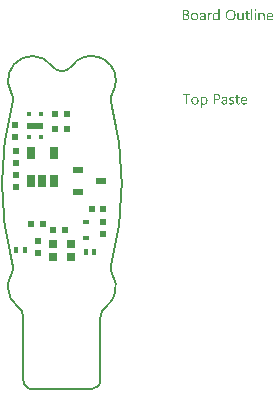
<source format=gtp>
G04*
G04 #@! TF.GenerationSoftware,Altium Limited,Altium Designer,21.9.2 (33)*
G04*
G04 Layer_Color=8421504*
%FSAX25Y25*%
%MOIN*%
G70*
G04*
G04 #@! TF.SameCoordinates,22CECA58-678C-4C5F-B68D-3DF83B2D247A*
G04*
G04*
G04 #@! TF.FilePolarity,Positive*
G04*
G01*
G75*
%ADD13C,0.00787*%
%ADD14R,0.01378X0.01772*%
%ADD15R,0.01280X0.02461*%
%ADD16R,0.02756X0.03937*%
%ADD17R,0.03543X0.02362*%
%ADD18R,0.03150X0.02559*%
%ADD19R,0.05512X0.01968*%
%ADD20R,0.02165X0.01968*%
%ADD21R,0.01968X0.02165*%
%ADD22R,0.02165X0.01968*%
%ADD23R,0.02362X0.01575*%
G36*
X0064563Y0102638D02*
X0064588D01*
X0064644Y0102613D01*
X0064675Y0102594D01*
X0064706Y0102569D01*
X0064712Y0102563D01*
X0064718Y0102557D01*
X0064749Y0102520D01*
X0064774Y0102458D01*
X0064780Y0102421D01*
X0064786Y0102384D01*
Y0102377D01*
Y0102365D01*
X0064780Y0102347D01*
X0064774Y0102322D01*
X0064755Y0102260D01*
X0064731Y0102229D01*
X0064706Y0102198D01*
X0064700D01*
X0064693Y0102186D01*
X0064656Y0102161D01*
X0064601Y0102136D01*
X0064563Y0102130D01*
X0064526Y0102124D01*
X0064508D01*
X0064489Y0102130D01*
X0064464D01*
X0064403Y0102155D01*
X0064372Y0102167D01*
X0064341Y0102192D01*
Y0102198D01*
X0064328Y0102204D01*
X0064316Y0102223D01*
X0064303Y0102241D01*
X0064279Y0102303D01*
X0064272Y0102340D01*
X0064266Y0102384D01*
Y0102390D01*
Y0102402D01*
X0064272Y0102421D01*
X0064279Y0102452D01*
X0064297Y0102507D01*
X0064316Y0102539D01*
X0064341Y0102569D01*
X0064347Y0102576D01*
X0064353Y0102582D01*
X0064390Y0102607D01*
X0064452Y0102631D01*
X0064489Y0102644D01*
X0064545D01*
X0064563Y0102638D01*
D02*
G37*
G36*
X0052573Y0098973D02*
X0052171D01*
Y0099394D01*
X0052159D01*
Y0099388D01*
X0052146Y0099375D01*
X0052128Y0099351D01*
X0052109Y0099320D01*
X0052078Y0099282D01*
X0052041Y0099245D01*
X0051998Y0099202D01*
X0051948Y0099159D01*
X0051893Y0099109D01*
X0051824Y0099066D01*
X0051756Y0099029D01*
X0051676Y0098992D01*
X0051595Y0098961D01*
X0051503Y0098936D01*
X0051403Y0098923D01*
X0051298Y0098917D01*
X0051255D01*
X0051218Y0098923D01*
X0051181Y0098930D01*
X0051131Y0098936D01*
X0051026Y0098961D01*
X0050902Y0098998D01*
X0050778Y0099060D01*
X0050710Y0099097D01*
X0050655Y0099140D01*
X0050593Y0099196D01*
X0050537Y0099252D01*
Y0099258D01*
X0050524Y0099270D01*
X0050512Y0099289D01*
X0050494Y0099313D01*
X0050475Y0099344D01*
X0050450Y0099388D01*
X0050425Y0099437D01*
X0050401Y0099493D01*
X0050370Y0099555D01*
X0050345Y0099623D01*
X0050320Y0099697D01*
X0050302Y0099778D01*
X0050283Y0099864D01*
X0050271Y0099963D01*
X0050265Y0100063D01*
X0050258Y0100168D01*
Y0100174D01*
Y0100192D01*
Y0100230D01*
X0050265Y0100273D01*
X0050271Y0100322D01*
X0050277Y0100384D01*
X0050283Y0100452D01*
X0050296Y0100527D01*
X0050333Y0100688D01*
X0050388Y0100855D01*
X0050425Y0100935D01*
X0050469Y0101016D01*
X0050512Y0101090D01*
X0050568Y0101164D01*
X0050574Y0101171D01*
X0050580Y0101183D01*
X0050599Y0101201D01*
X0050624Y0101226D01*
X0050655Y0101251D01*
X0050698Y0101282D01*
X0050741Y0101319D01*
X0050791Y0101356D01*
X0050915Y0101424D01*
X0051057Y0101486D01*
X0051137Y0101505D01*
X0051224Y0101523D01*
X0051311Y0101536D01*
X0051410Y0101542D01*
X0051459D01*
X0051496Y0101536D01*
X0051534Y0101530D01*
X0051583Y0101523D01*
X0051694Y0101492D01*
X0051818Y0101443D01*
X0051880Y0101412D01*
X0051942Y0101369D01*
X0052004Y0101325D01*
X0052060Y0101269D01*
X0052109Y0101208D01*
X0052159Y0101133D01*
X0052171D01*
Y0102693D01*
X0052573D01*
Y0098973D01*
D02*
G37*
G36*
X0066841Y0101536D02*
X0066916Y0101530D01*
X0067009Y0101511D01*
X0067107Y0101480D01*
X0067213Y0101430D01*
X0067318Y0101362D01*
X0067361Y0101325D01*
X0067405Y0101276D01*
X0067417Y0101263D01*
X0067442Y0101226D01*
X0067473Y0101164D01*
X0067516Y0101078D01*
X0067553Y0100972D01*
X0067590Y0100842D01*
X0067615Y0100688D01*
X0067621Y0100508D01*
Y0098973D01*
X0067219D01*
Y0100403D01*
Y0100409D01*
Y0100440D01*
X0067213Y0100477D01*
Y0100527D01*
X0067200Y0100589D01*
X0067188Y0100657D01*
X0067169Y0100731D01*
X0067145Y0100805D01*
X0067114Y0100880D01*
X0067077Y0100948D01*
X0067027Y0101016D01*
X0066971Y0101078D01*
X0066909Y0101127D01*
X0066829Y0101164D01*
X0066742Y0101195D01*
X0066637Y0101201D01*
X0066625D01*
X0066588Y0101195D01*
X0066532Y0101189D01*
X0066464Y0101171D01*
X0066383Y0101146D01*
X0066297Y0101102D01*
X0066216Y0101047D01*
X0066136Y0100972D01*
X0066129Y0100960D01*
X0066105Y0100935D01*
X0066074Y0100886D01*
X0066037Y0100818D01*
X0066000Y0100737D01*
X0065969Y0100638D01*
X0065944Y0100527D01*
X0065938Y0100403D01*
Y0098973D01*
X0065535D01*
Y0101486D01*
X0065938D01*
Y0101065D01*
X0065950D01*
X0065956Y0101072D01*
X0065962Y0101084D01*
X0065981Y0101109D01*
X0066006Y0101139D01*
X0066030Y0101177D01*
X0066068Y0101214D01*
X0066111Y0101257D01*
X0066160Y0101307D01*
X0066216Y0101350D01*
X0066278Y0101393D01*
X0066346Y0101430D01*
X0066420Y0101468D01*
X0066495Y0101499D01*
X0066581Y0101523D01*
X0066674Y0101536D01*
X0066773Y0101542D01*
X0066810D01*
X0066841Y0101536D01*
D02*
G37*
G36*
X0049844Y0101523D02*
X0049918Y0101517D01*
X0049961Y0101505D01*
X0049992Y0101492D01*
Y0101078D01*
X0049986Y0101084D01*
X0049974Y0101090D01*
X0049949Y0101102D01*
X0049918Y0101121D01*
X0049874Y0101133D01*
X0049819Y0101146D01*
X0049757Y0101152D01*
X0049689Y0101158D01*
X0049676D01*
X0049646Y0101152D01*
X0049596Y0101146D01*
X0049540Y0101127D01*
X0049466Y0101096D01*
X0049398Y0101053D01*
X0049324Y0100991D01*
X0049255Y0100910D01*
X0049249Y0100898D01*
X0049231Y0100867D01*
X0049200Y0100812D01*
X0049169Y0100737D01*
X0049138Y0100644D01*
X0049107Y0100527D01*
X0049088Y0100397D01*
X0049082Y0100248D01*
Y0098973D01*
X0048680D01*
Y0101486D01*
X0049082D01*
Y0100966D01*
X0049095D01*
Y0100972D01*
X0049101Y0100979D01*
X0049113Y0101010D01*
X0049132Y0101059D01*
X0049163Y0101121D01*
X0049194Y0101183D01*
X0049243Y0101251D01*
X0049293Y0101319D01*
X0049355Y0101381D01*
X0049361Y0101387D01*
X0049385Y0101406D01*
X0049423Y0101430D01*
X0049472Y0101455D01*
X0049528Y0101480D01*
X0049596Y0101505D01*
X0049670Y0101523D01*
X0049751Y0101530D01*
X0049806D01*
X0049844Y0101523D01*
D02*
G37*
G36*
X0060583Y0098973D02*
X0060181D01*
Y0099369D01*
X0060168D01*
Y0099363D01*
X0060156Y0099351D01*
X0060144Y0099326D01*
X0060119Y0099301D01*
X0060063Y0099227D01*
X0059977Y0099146D01*
X0059927Y0099103D01*
X0059871Y0099060D01*
X0059809Y0099023D01*
X0059735Y0098985D01*
X0059661Y0098961D01*
X0059580Y0098936D01*
X0059488Y0098923D01*
X0059395Y0098917D01*
X0059358D01*
X0059314Y0098923D01*
X0059252Y0098936D01*
X0059184Y0098948D01*
X0059110Y0098973D01*
X0059030Y0099004D01*
X0058949Y0099054D01*
X0058862Y0099109D01*
X0058782Y0099177D01*
X0058708Y0099264D01*
X0058640Y0099369D01*
X0058578Y0099487D01*
X0058534Y0099629D01*
X0058510Y0099796D01*
X0058497Y0099883D01*
Y0099982D01*
Y0101486D01*
X0058893D01*
Y0100044D01*
Y0100038D01*
Y0100013D01*
X0058900Y0099970D01*
X0058906Y0099920D01*
X0058912Y0099858D01*
X0058924Y0099796D01*
X0058943Y0099722D01*
X0058968Y0099648D01*
X0059005Y0099573D01*
X0059042Y0099505D01*
X0059092Y0099437D01*
X0059153Y0099375D01*
X0059222Y0099326D01*
X0059302Y0099289D01*
X0059401Y0099258D01*
X0059506Y0099252D01*
X0059519D01*
X0059556Y0099258D01*
X0059611Y0099264D01*
X0059673Y0099276D01*
X0059754Y0099307D01*
X0059834Y0099344D01*
X0059915Y0099394D01*
X0059989Y0099468D01*
X0059995Y0099481D01*
X0060020Y0099505D01*
X0060051Y0099555D01*
X0060088Y0099623D01*
X0060119Y0099704D01*
X0060150Y0099803D01*
X0060175Y0099914D01*
X0060181Y0100038D01*
Y0101486D01*
X0060583D01*
Y0098973D01*
D02*
G37*
G36*
X0064718D02*
X0064316D01*
Y0101486D01*
X0064718D01*
Y0098973D01*
D02*
G37*
G36*
X0063499D02*
X0063096D01*
Y0102693D01*
X0063499D01*
Y0098973D01*
D02*
G37*
G36*
X0047120Y0101536D02*
X0047176Y0101530D01*
X0047244Y0101511D01*
X0047318Y0101492D01*
X0047399Y0101461D01*
X0047485Y0101424D01*
X0047566Y0101375D01*
X0047646Y0101313D01*
X0047720Y0101239D01*
X0047789Y0101146D01*
X0047844Y0101040D01*
X0047888Y0100917D01*
X0047912Y0100774D01*
X0047925Y0100607D01*
Y0098973D01*
X0047522D01*
Y0099363D01*
X0047510D01*
Y0099357D01*
X0047498Y0099344D01*
X0047485Y0099320D01*
X0047460Y0099295D01*
X0047399Y0099221D01*
X0047318Y0099140D01*
X0047207Y0099060D01*
X0047077Y0098985D01*
X0046996Y0098961D01*
X0046916Y0098936D01*
X0046829Y0098923D01*
X0046736Y0098917D01*
X0046699D01*
X0046674Y0098923D01*
X0046606Y0098930D01*
X0046526Y0098942D01*
X0046427Y0098967D01*
X0046334Y0098998D01*
X0046235Y0099047D01*
X0046148Y0099109D01*
X0046142Y0099122D01*
X0046117Y0099146D01*
X0046080Y0099190D01*
X0046043Y0099252D01*
X0046006Y0099326D01*
X0045969Y0099413D01*
X0045944Y0099518D01*
X0045938Y0099635D01*
Y0099642D01*
Y0099666D01*
X0045944Y0099704D01*
X0045950Y0099747D01*
X0045963Y0099803D01*
X0045981Y0099864D01*
X0046006Y0099932D01*
X0046043Y0100001D01*
X0046086Y0100075D01*
X0046142Y0100149D01*
X0046210Y0100217D01*
X0046290Y0100279D01*
X0046383Y0100341D01*
X0046495Y0100391D01*
X0046619Y0100428D01*
X0046767Y0100459D01*
X0047522Y0100564D01*
Y0100570D01*
Y0100589D01*
X0047516Y0100626D01*
Y0100663D01*
X0047504Y0100712D01*
X0047498Y0100768D01*
X0047460Y0100886D01*
X0047429Y0100942D01*
X0047399Y0100997D01*
X0047355Y0101053D01*
X0047306Y0101102D01*
X0047244Y0101146D01*
X0047176Y0101177D01*
X0047095Y0101195D01*
X0047002Y0101201D01*
X0046959D01*
X0046928Y0101195D01*
X0046885D01*
X0046841Y0101183D01*
X0046730Y0101164D01*
X0046606Y0101127D01*
X0046470Y0101072D01*
X0046396Y0101034D01*
X0046328Y0100997D01*
X0046253Y0100948D01*
X0046185Y0100892D01*
Y0101307D01*
X0046191D01*
X0046204Y0101319D01*
X0046222Y0101331D01*
X0046253Y0101344D01*
X0046284Y0101362D01*
X0046328Y0101381D01*
X0046377Y0101400D01*
X0046433Y0101424D01*
X0046557Y0101468D01*
X0046705Y0101505D01*
X0046866Y0101530D01*
X0047039Y0101542D01*
X0047077D01*
X0047120Y0101536D01*
D02*
G37*
G36*
X0041431Y0102483D02*
X0041475D01*
X0041518Y0102477D01*
X0041617Y0102464D01*
X0041735Y0102433D01*
X0041859Y0102396D01*
X0041976Y0102340D01*
X0042081Y0102266D01*
X0042088D01*
X0042094Y0102254D01*
X0042125Y0102229D01*
X0042168Y0102180D01*
X0042217Y0102111D01*
X0042261Y0102025D01*
X0042304Y0101926D01*
X0042335Y0101814D01*
X0042347Y0101752D01*
Y0101684D01*
Y0101678D01*
Y0101672D01*
Y0101635D01*
X0042341Y0101579D01*
X0042329Y0101511D01*
X0042310Y0101424D01*
X0042279Y0101338D01*
X0042242Y0101251D01*
X0042187Y0101164D01*
X0042180Y0101152D01*
X0042156Y0101127D01*
X0042118Y0101090D01*
X0042069Y0101040D01*
X0042007Y0100991D01*
X0041933Y0100935D01*
X0041840Y0100892D01*
X0041741Y0100849D01*
Y0100842D01*
X0041759D01*
X0041778Y0100836D01*
X0041797Y0100830D01*
X0041865Y0100818D01*
X0041945Y0100793D01*
X0042032Y0100756D01*
X0042125Y0100712D01*
X0042217Y0100651D01*
X0042304Y0100570D01*
X0042317Y0100558D01*
X0042341Y0100527D01*
X0042372Y0100483D01*
X0042416Y0100415D01*
X0042453Y0100329D01*
X0042490Y0100230D01*
X0042515Y0100112D01*
X0042521Y0099982D01*
Y0099976D01*
Y0099963D01*
Y0099939D01*
X0042515Y0099908D01*
X0042508Y0099871D01*
X0042502Y0099827D01*
X0042478Y0099722D01*
X0042440Y0099604D01*
X0042385Y0099481D01*
X0042347Y0099425D01*
X0042304Y0099363D01*
X0042248Y0099307D01*
X0042193Y0099252D01*
X0042187D01*
X0042180Y0099239D01*
X0042162Y0099227D01*
X0042137Y0099208D01*
X0042106Y0099190D01*
X0042063Y0099165D01*
X0041970Y0099115D01*
X0041852Y0099060D01*
X0041716Y0099016D01*
X0041555Y0098985D01*
X0041475Y0098979D01*
X0041382Y0098973D01*
X0040354D01*
Y0102489D01*
X0041400D01*
X0041431Y0102483D01*
D02*
G37*
G36*
X0061927Y0101486D02*
X0062564D01*
Y0101139D01*
X0061927D01*
Y0099722D01*
Y0099710D01*
Y0099679D01*
X0061933Y0099635D01*
X0061939Y0099580D01*
X0061964Y0099462D01*
X0061982Y0099406D01*
X0062013Y0099363D01*
X0062019Y0099357D01*
X0062032Y0099344D01*
X0062050Y0099332D01*
X0062081Y0099313D01*
X0062118Y0099289D01*
X0062168Y0099276D01*
X0062230Y0099264D01*
X0062298Y0099258D01*
X0062323D01*
X0062354Y0099264D01*
X0062391Y0099270D01*
X0062477Y0099295D01*
X0062521Y0099313D01*
X0062564Y0099338D01*
Y0098992D01*
X0062558D01*
X0062539Y0098979D01*
X0062508Y0098973D01*
X0062465Y0098961D01*
X0062409Y0098948D01*
X0062347Y0098936D01*
X0062273Y0098930D01*
X0062186Y0098923D01*
X0062155D01*
X0062125Y0098930D01*
X0062081Y0098936D01*
X0062032Y0098948D01*
X0061976Y0098961D01*
X0061920Y0098985D01*
X0061858Y0099016D01*
X0061796Y0099054D01*
X0061735Y0099103D01*
X0061679Y0099159D01*
X0061629Y0099233D01*
X0061586Y0099313D01*
X0061555Y0099413D01*
X0061530Y0099524D01*
X0061524Y0099654D01*
Y0101139D01*
X0061097D01*
Y0101486D01*
X0061524D01*
Y0102099D01*
X0061927Y0102229D01*
Y0101486D01*
D02*
G37*
G36*
X0069454Y0101536D02*
X0069497Y0101530D01*
X0069540Y0101523D01*
X0069652Y0101505D01*
X0069775Y0101461D01*
X0069899Y0101406D01*
X0069961Y0101369D01*
X0070023Y0101325D01*
X0070079Y0101276D01*
X0070134Y0101220D01*
X0070141Y0101214D01*
X0070147Y0101208D01*
X0070159Y0101189D01*
X0070178Y0101164D01*
X0070196Y0101127D01*
X0070221Y0101090D01*
X0070246Y0101047D01*
X0070271Y0100991D01*
X0070295Y0100929D01*
X0070320Y0100867D01*
X0070345Y0100793D01*
X0070363Y0100712D01*
X0070382Y0100626D01*
X0070394Y0100539D01*
X0070407Y0100440D01*
Y0100335D01*
Y0100124D01*
X0068630D01*
Y0100118D01*
Y0100106D01*
Y0100087D01*
X0068636Y0100056D01*
X0068643Y0100019D01*
Y0099982D01*
X0068661Y0099883D01*
X0068692Y0099784D01*
X0068729Y0099673D01*
X0068785Y0099567D01*
X0068853Y0099474D01*
X0068866Y0099462D01*
X0068890Y0099437D01*
X0068940Y0099406D01*
X0069008Y0099363D01*
X0069095Y0099320D01*
X0069194Y0099289D01*
X0069311Y0099264D01*
X0069447Y0099252D01*
X0069491D01*
X0069522Y0099258D01*
X0069559D01*
X0069602Y0099264D01*
X0069707Y0099289D01*
X0069825Y0099320D01*
X0069955Y0099369D01*
X0070091Y0099437D01*
X0070159Y0099481D01*
X0070227Y0099530D01*
Y0099152D01*
X0070221D01*
X0070215Y0099140D01*
X0070196Y0099134D01*
X0070165Y0099115D01*
X0070134Y0099097D01*
X0070097Y0099078D01*
X0070048Y0099060D01*
X0069998Y0099035D01*
X0069936Y0099010D01*
X0069868Y0098992D01*
X0069720Y0098954D01*
X0069546Y0098930D01*
X0069354Y0098917D01*
X0069305D01*
X0069268Y0098923D01*
X0069225Y0098930D01*
X0069169Y0098936D01*
X0069051Y0098961D01*
X0068915Y0098998D01*
X0068779Y0099060D01*
X0068711Y0099103D01*
X0068643Y0099146D01*
X0068581Y0099196D01*
X0068519Y0099258D01*
X0068513Y0099264D01*
X0068506Y0099276D01*
X0068494Y0099295D01*
X0068469Y0099320D01*
X0068451Y0099357D01*
X0068426Y0099400D01*
X0068395Y0099450D01*
X0068370Y0099505D01*
X0068339Y0099567D01*
X0068315Y0099642D01*
X0068284Y0099722D01*
X0068265Y0099809D01*
X0068247Y0099901D01*
X0068228Y0100001D01*
X0068222Y0100106D01*
X0068216Y0100217D01*
Y0100223D01*
Y0100242D01*
Y0100273D01*
X0068222Y0100316D01*
X0068228Y0100366D01*
X0068234Y0100422D01*
X0068240Y0100490D01*
X0068259Y0100558D01*
X0068296Y0100706D01*
X0068352Y0100867D01*
X0068389Y0100948D01*
X0068438Y0101022D01*
X0068488Y0101102D01*
X0068544Y0101171D01*
X0068550Y0101177D01*
X0068562Y0101189D01*
X0068581Y0101208D01*
X0068606Y0101226D01*
X0068636Y0101257D01*
X0068674Y0101288D01*
X0068723Y0101319D01*
X0068773Y0101356D01*
X0068890Y0101424D01*
X0069033Y0101486D01*
X0069113Y0101505D01*
X0069194Y0101523D01*
X0069280Y0101536D01*
X0069373Y0101542D01*
X0069423D01*
X0069454Y0101536D01*
D02*
G37*
G36*
X0056411Y0102545D02*
X0056473Y0102539D01*
X0056547Y0102526D01*
X0056628Y0102507D01*
X0056714Y0102489D01*
X0056801Y0102464D01*
X0056900Y0102433D01*
X0056993Y0102390D01*
X0057092Y0102340D01*
X0057191Y0102285D01*
X0057284Y0102217D01*
X0057377Y0102142D01*
X0057464Y0102056D01*
X0057470Y0102050D01*
X0057482Y0102031D01*
X0057507Y0102006D01*
X0057532Y0101969D01*
X0057569Y0101919D01*
X0057606Y0101858D01*
X0057643Y0101789D01*
X0057686Y0101715D01*
X0057730Y0101622D01*
X0057767Y0101530D01*
X0057804Y0101424D01*
X0057841Y0101307D01*
X0057866Y0101189D01*
X0057891Y0101059D01*
X0057903Y0100917D01*
X0057909Y0100774D01*
Y0100762D01*
Y0100737D01*
Y0100694D01*
X0057903Y0100632D01*
X0057897Y0100558D01*
X0057884Y0100477D01*
X0057872Y0100384D01*
X0057854Y0100279D01*
X0057829Y0100174D01*
X0057798Y0100063D01*
X0057761Y0099951D01*
X0057717Y0099840D01*
X0057662Y0099722D01*
X0057600Y0099617D01*
X0057532Y0099512D01*
X0057451Y0099413D01*
X0057445Y0099406D01*
X0057433Y0099394D01*
X0057402Y0099369D01*
X0057371Y0099338D01*
X0057321Y0099295D01*
X0057265Y0099258D01*
X0057204Y0099208D01*
X0057129Y0099165D01*
X0057049Y0099122D01*
X0056956Y0099072D01*
X0056857Y0099035D01*
X0056745Y0098998D01*
X0056628Y0098961D01*
X0056504Y0098936D01*
X0056374Y0098923D01*
X0056232Y0098917D01*
X0056201D01*
X0056157Y0098923D01*
X0056108D01*
X0056046Y0098930D01*
X0055972Y0098942D01*
X0055891Y0098961D01*
X0055798Y0098979D01*
X0055705Y0099004D01*
X0055607Y0099035D01*
X0055507Y0099078D01*
X0055408Y0099122D01*
X0055309Y0099177D01*
X0055210Y0099245D01*
X0055117Y0099320D01*
X0055031Y0099406D01*
X0055025Y0099413D01*
X0055012Y0099431D01*
X0054988Y0099456D01*
X0054963Y0099493D01*
X0054926Y0099542D01*
X0054888Y0099604D01*
X0054851Y0099673D01*
X0054808Y0099753D01*
X0054765Y0099840D01*
X0054728Y0099932D01*
X0054690Y0100038D01*
X0054653Y0100155D01*
X0054628Y0100273D01*
X0054604Y0100403D01*
X0054591Y0100545D01*
X0054585Y0100688D01*
Y0100700D01*
Y0100725D01*
X0054591Y0100768D01*
Y0100830D01*
X0054598Y0100898D01*
X0054610Y0100985D01*
X0054622Y0101078D01*
X0054641Y0101177D01*
X0054666Y0101282D01*
X0054697Y0101393D01*
X0054734Y0101505D01*
X0054777Y0101616D01*
X0054833Y0101728D01*
X0054895Y0101839D01*
X0054963Y0101944D01*
X0055043Y0102043D01*
X0055049Y0102050D01*
X0055062Y0102068D01*
X0055093Y0102093D01*
X0055130Y0102124D01*
X0055173Y0102161D01*
X0055229Y0102204D01*
X0055297Y0102248D01*
X0055371Y0102297D01*
X0055458Y0102347D01*
X0055551Y0102390D01*
X0055650Y0102433D01*
X0055761Y0102470D01*
X0055885Y0102501D01*
X0056015Y0102532D01*
X0056151Y0102545D01*
X0056294Y0102551D01*
X0056362D01*
X0056411Y0102545D01*
D02*
G37*
G36*
X0044384Y0101536D02*
X0044427Y0101530D01*
X0044483Y0101523D01*
X0044607Y0101499D01*
X0044749Y0101455D01*
X0044892Y0101393D01*
X0044966Y0101356D01*
X0045034Y0101313D01*
X0045102Y0101257D01*
X0045164Y0101195D01*
X0045170Y0101189D01*
X0045176Y0101177D01*
X0045195Y0101158D01*
X0045213Y0101133D01*
X0045238Y0101096D01*
X0045263Y0101053D01*
X0045294Y0101003D01*
X0045325Y0100948D01*
X0045350Y0100880D01*
X0045381Y0100812D01*
X0045405Y0100731D01*
X0045430Y0100644D01*
X0045449Y0100551D01*
X0045467Y0100452D01*
X0045474Y0100347D01*
X0045480Y0100236D01*
Y0100230D01*
Y0100211D01*
Y0100180D01*
X0045474Y0100137D01*
X0045467Y0100087D01*
X0045461Y0100025D01*
X0045449Y0099963D01*
X0045436Y0099889D01*
X0045399Y0099741D01*
X0045337Y0099580D01*
X0045300Y0099499D01*
X0045251Y0099419D01*
X0045201Y0099344D01*
X0045139Y0099276D01*
X0045133Y0099270D01*
X0045121Y0099264D01*
X0045102Y0099245D01*
X0045077Y0099221D01*
X0045040Y0099196D01*
X0045003Y0099165D01*
X0044954Y0099128D01*
X0044898Y0099097D01*
X0044836Y0099066D01*
X0044768Y0099029D01*
X0044693Y0098998D01*
X0044613Y0098973D01*
X0044526Y0098948D01*
X0044434Y0098936D01*
X0044335Y0098923D01*
X0044229Y0098917D01*
X0044174D01*
X0044136Y0098923D01*
X0044093Y0098930D01*
X0044037Y0098936D01*
X0043975Y0098948D01*
X0043907Y0098961D01*
X0043765Y0099004D01*
X0043617Y0099066D01*
X0043542Y0099103D01*
X0043474Y0099152D01*
X0043406Y0099202D01*
X0043338Y0099264D01*
X0043332Y0099270D01*
X0043325Y0099282D01*
X0043307Y0099301D01*
X0043288Y0099326D01*
X0043264Y0099363D01*
X0043233Y0099406D01*
X0043202Y0099456D01*
X0043177Y0099512D01*
X0043146Y0099580D01*
X0043115Y0099648D01*
X0043084Y0099722D01*
X0043059Y0099809D01*
X0043022Y0099994D01*
X0043016Y0100093D01*
X0043010Y0100199D01*
Y0100205D01*
Y0100230D01*
Y0100261D01*
X0043016Y0100304D01*
X0043022Y0100353D01*
X0043028Y0100415D01*
X0043041Y0100483D01*
X0043053Y0100558D01*
X0043090Y0100719D01*
X0043152Y0100880D01*
X0043196Y0100960D01*
X0043239Y0101040D01*
X0043288Y0101115D01*
X0043350Y0101183D01*
X0043356Y0101189D01*
X0043369Y0101201D01*
X0043387Y0101214D01*
X0043412Y0101239D01*
X0043449Y0101263D01*
X0043493Y0101294D01*
X0043542Y0101331D01*
X0043598Y0101362D01*
X0043660Y0101393D01*
X0043734Y0101430D01*
X0043808Y0101461D01*
X0043895Y0101486D01*
X0043982Y0101511D01*
X0044081Y0101530D01*
X0044186Y0101536D01*
X0044291Y0101542D01*
X0044347D01*
X0044384Y0101536D01*
D02*
G37*
G36*
X0047597Y0073497D02*
X0047640Y0073491D01*
X0047683Y0073485D01*
X0047795Y0073460D01*
X0047918Y0073423D01*
X0048042Y0073361D01*
X0048104Y0073324D01*
X0048166Y0073275D01*
X0048222Y0073225D01*
X0048278Y0073163D01*
X0048284Y0073157D01*
X0048290Y0073151D01*
X0048302Y0073126D01*
X0048321Y0073101D01*
X0048339Y0073070D01*
X0048364Y0073027D01*
X0048389Y0072978D01*
X0048414Y0072928D01*
X0048439Y0072866D01*
X0048463Y0072798D01*
X0048488Y0072724D01*
X0048507Y0072643D01*
X0048537Y0072464D01*
X0048550Y0072365D01*
Y0072259D01*
Y0072253D01*
Y0072235D01*
Y0072198D01*
X0048544Y0072154D01*
Y0072105D01*
X0048531Y0072043D01*
X0048525Y0071975D01*
X0048513Y0071900D01*
X0048476Y0071740D01*
X0048420Y0071572D01*
X0048383Y0071492D01*
X0048346Y0071411D01*
X0048296Y0071331D01*
X0048240Y0071257D01*
X0048234Y0071250D01*
X0048228Y0071238D01*
X0048209Y0071220D01*
X0048185Y0071201D01*
X0048154Y0071170D01*
X0048117Y0071139D01*
X0048073Y0071102D01*
X0048024Y0071071D01*
X0047968Y0071034D01*
X0047906Y0070997D01*
X0047758Y0070941D01*
X0047677Y0070916D01*
X0047597Y0070898D01*
X0047504Y0070885D01*
X0047405Y0070879D01*
X0047355D01*
X0047324Y0070885D01*
X0047281Y0070891D01*
X0047238Y0070904D01*
X0047126Y0070929D01*
X0047009Y0070978D01*
X0046940Y0071015D01*
X0046879Y0071052D01*
X0046817Y0071102D01*
X0046761Y0071158D01*
X0046699Y0071220D01*
X0046650Y0071294D01*
X0046637D01*
Y0069784D01*
X0046235D01*
Y0073448D01*
X0046637D01*
Y0073002D01*
X0046650D01*
X0046656Y0073009D01*
X0046662Y0073027D01*
X0046681Y0073052D01*
X0046705Y0073083D01*
X0046736Y0073120D01*
X0046773Y0073163D01*
X0046817Y0073207D01*
X0046872Y0073256D01*
X0046928Y0073299D01*
X0046990Y0073343D01*
X0047064Y0073386D01*
X0047139Y0073423D01*
X0047225Y0073460D01*
X0047318Y0073485D01*
X0047411Y0073497D01*
X0047516Y0073504D01*
X0047566D01*
X0047597Y0073497D01*
D02*
G37*
G36*
X0056869D02*
X0056950Y0073491D01*
X0057036Y0073479D01*
X0057135Y0073454D01*
X0057235Y0073429D01*
X0057333Y0073392D01*
Y0072984D01*
X0057321Y0072990D01*
X0057284Y0073015D01*
X0057228Y0073039D01*
X0057154Y0073076D01*
X0057061Y0073107D01*
X0056950Y0073138D01*
X0056826Y0073157D01*
X0056696Y0073163D01*
X0056628D01*
X0056566Y0073151D01*
X0056492Y0073138D01*
X0056485D01*
X0056479Y0073132D01*
X0056442Y0073120D01*
X0056393Y0073095D01*
X0056337Y0073064D01*
X0056324Y0073058D01*
X0056300Y0073033D01*
X0056269Y0072996D01*
X0056238Y0072953D01*
X0056232Y0072940D01*
X0056219Y0072909D01*
X0056207Y0072866D01*
X0056201Y0072810D01*
Y0072804D01*
Y0072792D01*
Y0072773D01*
X0056207Y0072755D01*
X0056219Y0072699D01*
X0056238Y0072643D01*
X0056244Y0072631D01*
X0056263Y0072606D01*
X0056300Y0072569D01*
X0056343Y0072526D01*
X0056349D01*
X0056356Y0072519D01*
X0056393Y0072495D01*
X0056442Y0072464D01*
X0056510Y0072433D01*
X0056516D01*
X0056529Y0072427D01*
X0056547Y0072420D01*
X0056578Y0072408D01*
X0056646Y0072383D01*
X0056733Y0072346D01*
X0056739D01*
X0056764Y0072334D01*
X0056795Y0072321D01*
X0056832Y0072309D01*
X0056931Y0072266D01*
X0057030Y0072216D01*
X0057036D01*
X0057055Y0072204D01*
X0057080Y0072191D01*
X0057111Y0072173D01*
X0057185Y0072123D01*
X0057259Y0072061D01*
X0057265Y0072055D01*
X0057278Y0072049D01*
X0057290Y0072030D01*
X0057315Y0072006D01*
X0057358Y0071944D01*
X0057402Y0071863D01*
Y0071857D01*
X0057408Y0071845D01*
X0057420Y0071820D01*
X0057426Y0071789D01*
X0057439Y0071752D01*
X0057445Y0071709D01*
X0057451Y0071603D01*
Y0071597D01*
Y0071572D01*
X0057445Y0071535D01*
X0057439Y0071492D01*
X0057433Y0071442D01*
X0057414Y0071387D01*
X0057395Y0071337D01*
X0057364Y0071281D01*
X0057358Y0071275D01*
X0057352Y0071257D01*
X0057333Y0071232D01*
X0057309Y0071201D01*
X0057278Y0071164D01*
X0057241Y0071127D01*
X0057148Y0071052D01*
X0057142Y0071046D01*
X0057123Y0071040D01*
X0057098Y0071021D01*
X0057055Y0071003D01*
X0057012Y0070978D01*
X0056956Y0070960D01*
X0056900Y0070941D01*
X0056832Y0070922D01*
X0056826D01*
X0056801Y0070916D01*
X0056764Y0070910D01*
X0056721Y0070904D01*
X0056659Y0070891D01*
X0056597Y0070885D01*
X0056454Y0070879D01*
X0056393D01*
X0056318Y0070885D01*
X0056226Y0070898D01*
X0056120Y0070916D01*
X0056009Y0070941D01*
X0055897Y0070972D01*
X0055786Y0071021D01*
Y0071455D01*
X0055792D01*
X0055798Y0071442D01*
X0055817Y0071430D01*
X0055842Y0071418D01*
X0055910Y0071381D01*
X0056003Y0071337D01*
X0056108Y0071288D01*
X0056232Y0071250D01*
X0056368Y0071226D01*
X0056510Y0071213D01*
X0056560D01*
X0056591Y0071220D01*
X0056677Y0071232D01*
X0056776Y0071257D01*
X0056869Y0071300D01*
X0056913Y0071331D01*
X0056956Y0071362D01*
X0056987Y0071405D01*
X0057012Y0071449D01*
X0057030Y0071504D01*
X0057036Y0071566D01*
Y0071572D01*
Y0071585D01*
Y0071603D01*
X0057030Y0071622D01*
X0057018Y0071678D01*
X0056993Y0071733D01*
Y0071740D01*
X0056987Y0071746D01*
X0056962Y0071777D01*
X0056925Y0071820D01*
X0056869Y0071857D01*
X0056863D01*
X0056857Y0071869D01*
X0056820Y0071888D01*
X0056764Y0071925D01*
X0056690Y0071956D01*
X0056684D01*
X0056671Y0071962D01*
X0056653Y0071975D01*
X0056622Y0071987D01*
X0056554Y0072012D01*
X0056467Y0072049D01*
X0056461D01*
X0056436Y0072061D01*
X0056405Y0072074D01*
X0056368Y0072086D01*
X0056269Y0072129D01*
X0056170Y0072179D01*
X0056164Y0072185D01*
X0056151Y0072191D01*
X0056126Y0072204D01*
X0056095Y0072222D01*
X0056027Y0072272D01*
X0055959Y0072328D01*
X0055953Y0072334D01*
X0055947Y0072340D01*
X0055928Y0072359D01*
X0055910Y0072383D01*
X0055866Y0072445D01*
X0055829Y0072519D01*
Y0072526D01*
X0055823Y0072538D01*
X0055817Y0072563D01*
X0055811Y0072594D01*
X0055805Y0072631D01*
X0055798Y0072674D01*
X0055792Y0072779D01*
Y0072786D01*
Y0072810D01*
X0055798Y0072841D01*
X0055805Y0072885D01*
X0055811Y0072934D01*
X0055829Y0072984D01*
X0055848Y0073039D01*
X0055873Y0073089D01*
X0055879Y0073095D01*
X0055885Y0073114D01*
X0055904Y0073138D01*
X0055928Y0073169D01*
X0055997Y0073244D01*
X0056083Y0073318D01*
X0056089Y0073324D01*
X0056108Y0073330D01*
X0056133Y0073349D01*
X0056176Y0073368D01*
X0056219Y0073392D01*
X0056269Y0073417D01*
X0056393Y0073454D01*
X0056399D01*
X0056424Y0073460D01*
X0056454Y0073473D01*
X0056504Y0073479D01*
X0056554Y0073491D01*
X0056616Y0073497D01*
X0056752Y0073504D01*
X0056807D01*
X0056869Y0073497D01*
D02*
G37*
G36*
X0054375D02*
X0054430Y0073491D01*
X0054498Y0073473D01*
X0054573Y0073454D01*
X0054653Y0073423D01*
X0054740Y0073386D01*
X0054820Y0073336D01*
X0054901Y0073275D01*
X0054975Y0073200D01*
X0055043Y0073107D01*
X0055099Y0073002D01*
X0055142Y0072878D01*
X0055167Y0072736D01*
X0055179Y0072569D01*
Y0070935D01*
X0054777D01*
Y0071325D01*
X0054765D01*
Y0071319D01*
X0054752Y0071306D01*
X0054740Y0071281D01*
X0054715Y0071257D01*
X0054653Y0071182D01*
X0054573Y0071102D01*
X0054461Y0071021D01*
X0054331Y0070947D01*
X0054251Y0070922D01*
X0054170Y0070898D01*
X0054084Y0070885D01*
X0053991Y0070879D01*
X0053954D01*
X0053929Y0070885D01*
X0053861Y0070891D01*
X0053780Y0070904D01*
X0053681Y0070929D01*
X0053588Y0070960D01*
X0053490Y0071009D01*
X0053403Y0071071D01*
X0053397Y0071083D01*
X0053372Y0071108D01*
X0053335Y0071152D01*
X0053298Y0071213D01*
X0053260Y0071288D01*
X0053223Y0071374D01*
X0053199Y0071479D01*
X0053192Y0071597D01*
Y0071603D01*
Y0071628D01*
X0053199Y0071665D01*
X0053205Y0071709D01*
X0053217Y0071764D01*
X0053236Y0071826D01*
X0053260Y0071894D01*
X0053298Y0071962D01*
X0053341Y0072037D01*
X0053397Y0072111D01*
X0053465Y0072179D01*
X0053545Y0072241D01*
X0053638Y0072303D01*
X0053750Y0072352D01*
X0053873Y0072390D01*
X0054022Y0072420D01*
X0054777Y0072526D01*
Y0072532D01*
Y0072550D01*
X0054771Y0072588D01*
Y0072625D01*
X0054759Y0072674D01*
X0054752Y0072730D01*
X0054715Y0072847D01*
X0054684Y0072903D01*
X0054653Y0072959D01*
X0054610Y0073015D01*
X0054560Y0073064D01*
X0054498Y0073107D01*
X0054430Y0073138D01*
X0054350Y0073157D01*
X0054257Y0073163D01*
X0054214D01*
X0054183Y0073157D01*
X0054140D01*
X0054096Y0073145D01*
X0053985Y0073126D01*
X0053861Y0073089D01*
X0053725Y0073033D01*
X0053650Y0072996D01*
X0053582Y0072959D01*
X0053508Y0072909D01*
X0053440Y0072854D01*
Y0073268D01*
X0053446D01*
X0053459Y0073281D01*
X0053477Y0073293D01*
X0053508Y0073306D01*
X0053539Y0073324D01*
X0053582Y0073343D01*
X0053632Y0073361D01*
X0053688Y0073386D01*
X0053811Y0073429D01*
X0053960Y0073466D01*
X0054121Y0073491D01*
X0054294Y0073504D01*
X0054331D01*
X0054375Y0073497D01*
D02*
G37*
G36*
X0051676Y0074445D02*
X0051725D01*
X0051775Y0074438D01*
X0051905Y0074414D01*
X0052041Y0074383D01*
X0052190Y0074333D01*
X0052332Y0074265D01*
X0052394Y0074222D01*
X0052456Y0074172D01*
X0052462D01*
X0052468Y0074160D01*
X0052487Y0074141D01*
X0052505Y0074123D01*
X0052555Y0074061D01*
X0052617Y0073974D01*
X0052672Y0073863D01*
X0052722Y0073733D01*
X0052759Y0073578D01*
X0052765Y0073491D01*
X0052772Y0073398D01*
Y0073392D01*
Y0073374D01*
Y0073349D01*
X0052765Y0073318D01*
X0052759Y0073275D01*
X0052753Y0073225D01*
X0052728Y0073107D01*
X0052685Y0072978D01*
X0052623Y0072841D01*
X0052586Y0072773D01*
X0052542Y0072705D01*
X0052487Y0072637D01*
X0052425Y0072575D01*
X0052419Y0072569D01*
X0052406Y0072563D01*
X0052388Y0072544D01*
X0052363Y0072526D01*
X0052326Y0072501D01*
X0052283Y0072476D01*
X0052233Y0072445D01*
X0052177Y0072420D01*
X0052115Y0072390D01*
X0052047Y0072359D01*
X0051967Y0072334D01*
X0051886Y0072309D01*
X0051701Y0072272D01*
X0051602Y0072266D01*
X0051496Y0072259D01*
X0051032D01*
Y0070935D01*
X0050617D01*
Y0074451D01*
X0051639D01*
X0051676Y0074445D01*
D02*
G37*
G36*
X0042793Y0074079D02*
X0041778D01*
Y0070935D01*
X0041370D01*
Y0074079D01*
X0040354D01*
Y0074451D01*
X0042793D01*
Y0074079D01*
D02*
G37*
G36*
X0058602Y0073448D02*
X0059240D01*
Y0073101D01*
X0058602D01*
Y0071684D01*
Y0071671D01*
Y0071640D01*
X0058609Y0071597D01*
X0058615Y0071541D01*
X0058640Y0071424D01*
X0058658Y0071368D01*
X0058689Y0071325D01*
X0058695Y0071319D01*
X0058708Y0071306D01*
X0058726Y0071294D01*
X0058757Y0071275D01*
X0058794Y0071250D01*
X0058844Y0071238D01*
X0058906Y0071226D01*
X0058974Y0071220D01*
X0058999D01*
X0059030Y0071226D01*
X0059067Y0071232D01*
X0059153Y0071257D01*
X0059197Y0071275D01*
X0059240Y0071300D01*
Y0070953D01*
X0059234D01*
X0059215Y0070941D01*
X0059184Y0070935D01*
X0059141Y0070922D01*
X0059085Y0070910D01*
X0059023Y0070898D01*
X0058949Y0070891D01*
X0058862Y0070885D01*
X0058832D01*
X0058801Y0070891D01*
X0058757Y0070898D01*
X0058708Y0070910D01*
X0058652Y0070922D01*
X0058596Y0070947D01*
X0058534Y0070978D01*
X0058473Y0071015D01*
X0058411Y0071065D01*
X0058355Y0071121D01*
X0058305Y0071195D01*
X0058262Y0071275D01*
X0058231Y0071374D01*
X0058206Y0071486D01*
X0058200Y0071616D01*
Y0073101D01*
X0057773D01*
Y0073448D01*
X0058200D01*
Y0074061D01*
X0058602Y0074191D01*
Y0073448D01*
D02*
G37*
G36*
X0060843Y0073497D02*
X0060887Y0073491D01*
X0060930Y0073485D01*
X0061041Y0073466D01*
X0061165Y0073423D01*
X0061289Y0073368D01*
X0061351Y0073330D01*
X0061413Y0073287D01*
X0061468Y0073238D01*
X0061524Y0073182D01*
X0061530Y0073176D01*
X0061537Y0073169D01*
X0061549Y0073151D01*
X0061567Y0073126D01*
X0061586Y0073089D01*
X0061611Y0073052D01*
X0061636Y0073009D01*
X0061660Y0072953D01*
X0061685Y0072891D01*
X0061710Y0072829D01*
X0061735Y0072755D01*
X0061753Y0072674D01*
X0061772Y0072588D01*
X0061784Y0072501D01*
X0061796Y0072402D01*
Y0072297D01*
Y0072086D01*
X0060020D01*
Y0072080D01*
Y0072068D01*
Y0072049D01*
X0060026Y0072018D01*
X0060032Y0071981D01*
Y0071944D01*
X0060051Y0071845D01*
X0060082Y0071746D01*
X0060119Y0071634D01*
X0060175Y0071529D01*
X0060243Y0071436D01*
X0060255Y0071424D01*
X0060280Y0071399D01*
X0060330Y0071368D01*
X0060398Y0071325D01*
X0060484Y0071281D01*
X0060583Y0071250D01*
X0060701Y0071226D01*
X0060837Y0071213D01*
X0060880D01*
X0060911Y0071220D01*
X0060948D01*
X0060992Y0071226D01*
X0061097Y0071250D01*
X0061215Y0071281D01*
X0061345Y0071331D01*
X0061481Y0071399D01*
X0061549Y0071442D01*
X0061617Y0071492D01*
Y0071114D01*
X0061611D01*
X0061605Y0071102D01*
X0061586Y0071096D01*
X0061555Y0071077D01*
X0061524Y0071059D01*
X0061487Y0071040D01*
X0061437Y0071021D01*
X0061388Y0070997D01*
X0061326Y0070972D01*
X0061258Y0070953D01*
X0061109Y0070916D01*
X0060936Y0070891D01*
X0060744Y0070879D01*
X0060695D01*
X0060658Y0070885D01*
X0060614Y0070891D01*
X0060558Y0070898D01*
X0060441Y0070922D01*
X0060305Y0070960D01*
X0060168Y0071021D01*
X0060100Y0071065D01*
X0060032Y0071108D01*
X0059970Y0071158D01*
X0059908Y0071220D01*
X0059902Y0071226D01*
X0059896Y0071238D01*
X0059884Y0071257D01*
X0059859Y0071281D01*
X0059840Y0071319D01*
X0059816Y0071362D01*
X0059785Y0071411D01*
X0059760Y0071467D01*
X0059729Y0071529D01*
X0059704Y0071603D01*
X0059673Y0071684D01*
X0059655Y0071771D01*
X0059636Y0071863D01*
X0059618Y0071962D01*
X0059611Y0072068D01*
X0059605Y0072179D01*
Y0072185D01*
Y0072204D01*
Y0072235D01*
X0059611Y0072278D01*
X0059618Y0072328D01*
X0059624Y0072383D01*
X0059630Y0072451D01*
X0059649Y0072519D01*
X0059686Y0072668D01*
X0059741Y0072829D01*
X0059778Y0072909D01*
X0059828Y0072984D01*
X0059878Y0073064D01*
X0059933Y0073132D01*
X0059939Y0073138D01*
X0059952Y0073151D01*
X0059970Y0073169D01*
X0059995Y0073188D01*
X0060026Y0073219D01*
X0060063Y0073250D01*
X0060113Y0073281D01*
X0060162Y0073318D01*
X0060280Y0073386D01*
X0060422Y0073448D01*
X0060503Y0073466D01*
X0060583Y0073485D01*
X0060670Y0073497D01*
X0060763Y0073504D01*
X0060812D01*
X0060843Y0073497D01*
D02*
G37*
G36*
X0044495D02*
X0044539Y0073491D01*
X0044594Y0073485D01*
X0044718Y0073460D01*
X0044861Y0073417D01*
X0045003Y0073355D01*
X0045077Y0073318D01*
X0045145Y0073275D01*
X0045213Y0073219D01*
X0045275Y0073157D01*
X0045282Y0073151D01*
X0045288Y0073138D01*
X0045306Y0073120D01*
X0045325Y0073095D01*
X0045350Y0073058D01*
X0045374Y0073015D01*
X0045405Y0072965D01*
X0045436Y0072909D01*
X0045461Y0072841D01*
X0045492Y0072773D01*
X0045517Y0072693D01*
X0045542Y0072606D01*
X0045560Y0072513D01*
X0045579Y0072414D01*
X0045585Y0072309D01*
X0045591Y0072198D01*
Y0072191D01*
Y0072173D01*
Y0072142D01*
X0045585Y0072098D01*
X0045579Y0072049D01*
X0045573Y0071987D01*
X0045560Y0071925D01*
X0045548Y0071851D01*
X0045511Y0071702D01*
X0045449Y0071541D01*
X0045412Y0071461D01*
X0045362Y0071381D01*
X0045312Y0071306D01*
X0045251Y0071238D01*
X0045244Y0071232D01*
X0045232Y0071226D01*
X0045213Y0071207D01*
X0045189Y0071182D01*
X0045152Y0071158D01*
X0045114Y0071127D01*
X0045065Y0071090D01*
X0045009Y0071059D01*
X0044947Y0071028D01*
X0044879Y0070991D01*
X0044805Y0070960D01*
X0044725Y0070935D01*
X0044638Y0070910D01*
X0044545Y0070898D01*
X0044446Y0070885D01*
X0044341Y0070879D01*
X0044285D01*
X0044248Y0070885D01*
X0044205Y0070891D01*
X0044149Y0070898D01*
X0044087Y0070910D01*
X0044019Y0070922D01*
X0043876Y0070966D01*
X0043728Y0071028D01*
X0043654Y0071065D01*
X0043586Y0071114D01*
X0043517Y0071164D01*
X0043449Y0071226D01*
X0043443Y0071232D01*
X0043437Y0071244D01*
X0043418Y0071263D01*
X0043400Y0071288D01*
X0043375Y0071325D01*
X0043344Y0071368D01*
X0043313Y0071418D01*
X0043288Y0071473D01*
X0043257Y0071541D01*
X0043227Y0071609D01*
X0043196Y0071684D01*
X0043171Y0071771D01*
X0043134Y0071956D01*
X0043127Y0072055D01*
X0043121Y0072160D01*
Y0072167D01*
Y0072191D01*
Y0072222D01*
X0043127Y0072266D01*
X0043134Y0072315D01*
X0043140Y0072377D01*
X0043152Y0072445D01*
X0043165Y0072519D01*
X0043202Y0072680D01*
X0043264Y0072841D01*
X0043307Y0072922D01*
X0043350Y0073002D01*
X0043400Y0073076D01*
X0043462Y0073145D01*
X0043468Y0073151D01*
X0043480Y0073163D01*
X0043499Y0073176D01*
X0043524Y0073200D01*
X0043561Y0073225D01*
X0043604Y0073256D01*
X0043654Y0073293D01*
X0043709Y0073324D01*
X0043771Y0073355D01*
X0043845Y0073392D01*
X0043920Y0073423D01*
X0044006Y0073448D01*
X0044093Y0073473D01*
X0044192Y0073491D01*
X0044297Y0073497D01*
X0044403Y0073504D01*
X0044458D01*
X0044495Y0073497D01*
D02*
G37*
%LPC*%
G36*
X0051459Y0101201D02*
X0051422D01*
X0051397Y0101195D01*
X0051329Y0101189D01*
X0051249Y0101171D01*
X0051156Y0101133D01*
X0051057Y0101084D01*
X0050964Y0101022D01*
X0050921Y0100979D01*
X0050877Y0100929D01*
X0050871Y0100917D01*
X0050846Y0100880D01*
X0050809Y0100818D01*
X0050772Y0100737D01*
X0050735Y0100632D01*
X0050698Y0100502D01*
X0050673Y0100353D01*
X0050667Y0100186D01*
Y0100180D01*
Y0100168D01*
Y0100143D01*
X0050673Y0100112D01*
Y0100081D01*
X0050679Y0100038D01*
X0050692Y0099939D01*
X0050716Y0099827D01*
X0050753Y0099716D01*
X0050803Y0099604D01*
X0050871Y0099499D01*
X0050884Y0099487D01*
X0050908Y0099462D01*
X0050952Y0099419D01*
X0051013Y0099375D01*
X0051094Y0099332D01*
X0051187Y0099289D01*
X0051292Y0099264D01*
X0051416Y0099252D01*
X0051447D01*
X0051472Y0099258D01*
X0051534Y0099264D01*
X0051608Y0099282D01*
X0051694Y0099313D01*
X0051787Y0099351D01*
X0051874Y0099413D01*
X0051961Y0099493D01*
X0051967Y0099505D01*
X0051991Y0099536D01*
X0052029Y0099592D01*
X0052066Y0099660D01*
X0052103Y0099747D01*
X0052140Y0099852D01*
X0052165Y0099976D01*
X0052171Y0100106D01*
Y0100477D01*
Y0100483D01*
Y0100490D01*
Y0100527D01*
X0052159Y0100582D01*
X0052146Y0100657D01*
X0052122Y0100737D01*
X0052084Y0100824D01*
X0052035Y0100910D01*
X0051967Y0100991D01*
X0051961Y0100997D01*
X0051930Y0101022D01*
X0051886Y0101059D01*
X0051831Y0101096D01*
X0051756Y0101133D01*
X0051670Y0101171D01*
X0051571Y0101195D01*
X0051459Y0101201D01*
D02*
G37*
G36*
X0047522Y0100242D02*
X0046916Y0100155D01*
X0046903D01*
X0046872Y0100149D01*
X0046823Y0100137D01*
X0046761Y0100124D01*
X0046693Y0100106D01*
X0046619Y0100081D01*
X0046557Y0100056D01*
X0046495Y0100019D01*
X0046489Y0100013D01*
X0046470Y0100001D01*
X0046452Y0099976D01*
X0046427Y0099939D01*
X0046396Y0099889D01*
X0046377Y0099827D01*
X0046359Y0099753D01*
X0046352Y0099666D01*
Y0099660D01*
Y0099635D01*
X0046359Y0099604D01*
X0046371Y0099561D01*
X0046383Y0099512D01*
X0046408Y0099462D01*
X0046439Y0099413D01*
X0046482Y0099363D01*
X0046489Y0099357D01*
X0046507Y0099344D01*
X0046538Y0099326D01*
X0046575Y0099307D01*
X0046625Y0099289D01*
X0046687Y0099270D01*
X0046755Y0099258D01*
X0046835Y0099252D01*
X0046848D01*
X0046885Y0099258D01*
X0046940Y0099264D01*
X0047009Y0099276D01*
X0047083Y0099301D01*
X0047170Y0099338D01*
X0047250Y0099394D01*
X0047324Y0099462D01*
X0047330Y0099474D01*
X0047355Y0099499D01*
X0047386Y0099542D01*
X0047423Y0099604D01*
X0047460Y0099685D01*
X0047491Y0099772D01*
X0047516Y0099877D01*
X0047522Y0099988D01*
Y0100242D01*
D02*
G37*
G36*
X0041240Y0102118D02*
X0040769D01*
Y0100979D01*
X0041246D01*
X0041308Y0100985D01*
X0041382Y0100997D01*
X0041469Y0101016D01*
X0041561Y0101047D01*
X0041642Y0101084D01*
X0041722Y0101139D01*
X0041728Y0101146D01*
X0041753Y0101171D01*
X0041784Y0101208D01*
X0041821Y0101263D01*
X0041852Y0101325D01*
X0041883Y0101406D01*
X0041908Y0101499D01*
X0041914Y0101604D01*
Y0101610D01*
Y0101628D01*
X0041908Y0101653D01*
X0041902Y0101684D01*
X0041877Y0101765D01*
X0041859Y0101814D01*
X0041828Y0101864D01*
X0041797Y0101907D01*
X0041747Y0101957D01*
X0041698Y0102000D01*
X0041629Y0102037D01*
X0041555Y0102068D01*
X0041462Y0102093D01*
X0041357Y0102111D01*
X0041240Y0102118D01*
D02*
G37*
G36*
Y0100607D02*
X0040769D01*
Y0099344D01*
X0041388D01*
X0041450Y0099351D01*
X0041537Y0099363D01*
X0041623Y0099388D01*
X0041716Y0099413D01*
X0041809Y0099456D01*
X0041889Y0099512D01*
X0041896Y0099518D01*
X0041920Y0099542D01*
X0041951Y0099580D01*
X0041989Y0099635D01*
X0042026Y0099704D01*
X0042057Y0099784D01*
X0042081Y0099883D01*
X0042088Y0099988D01*
Y0099994D01*
Y0100013D01*
X0042081Y0100044D01*
X0042075Y0100087D01*
X0042063Y0100131D01*
X0042044Y0100186D01*
X0042019Y0100242D01*
X0041982Y0100298D01*
X0041939Y0100353D01*
X0041883Y0100409D01*
X0041815Y0100465D01*
X0041728Y0100508D01*
X0041636Y0100551D01*
X0041518Y0100582D01*
X0041388Y0100601D01*
X0041240Y0100607D01*
D02*
G37*
G36*
X0069367Y0101201D02*
X0069317D01*
X0069268Y0101189D01*
X0069200Y0101177D01*
X0069125Y0101152D01*
X0069039Y0101115D01*
X0068958Y0101065D01*
X0068878Y0100997D01*
X0068872Y0100991D01*
X0068847Y0100960D01*
X0068816Y0100917D01*
X0068773Y0100855D01*
X0068729Y0100780D01*
X0068692Y0100688D01*
X0068661Y0100582D01*
X0068636Y0100465D01*
X0069992D01*
Y0100471D01*
Y0100483D01*
Y0100496D01*
Y0100521D01*
X0069986Y0100589D01*
X0069973Y0100663D01*
X0069949Y0100756D01*
X0069924Y0100842D01*
X0069881Y0100929D01*
X0069825Y0101010D01*
X0069819Y0101016D01*
X0069794Y0101040D01*
X0069757Y0101072D01*
X0069707Y0101109D01*
X0069639Y0101139D01*
X0069559Y0101171D01*
X0069472Y0101195D01*
X0069367Y0101201D01*
D02*
G37*
G36*
X0056263Y0102173D02*
X0056207D01*
X0056170Y0102167D01*
X0056120Y0102161D01*
X0056071Y0102155D01*
X0056009Y0102142D01*
X0055941Y0102124D01*
X0055798Y0102074D01*
X0055724Y0102043D01*
X0055644Y0102006D01*
X0055569Y0101957D01*
X0055495Y0101901D01*
X0055427Y0101839D01*
X0055359Y0101771D01*
X0055353Y0101765D01*
X0055347Y0101752D01*
X0055328Y0101728D01*
X0055303Y0101697D01*
X0055278Y0101660D01*
X0055254Y0101610D01*
X0055223Y0101554D01*
X0055192Y0101492D01*
X0055155Y0101418D01*
X0055124Y0101344D01*
X0055099Y0101257D01*
X0055074Y0101164D01*
X0055049Y0101065D01*
X0055031Y0100954D01*
X0055025Y0100842D01*
X0055018Y0100725D01*
Y0100719D01*
Y0100694D01*
Y0100663D01*
X0055025Y0100620D01*
X0055031Y0100564D01*
X0055037Y0100496D01*
X0055049Y0100428D01*
X0055062Y0100353D01*
X0055099Y0100186D01*
X0055161Y0100007D01*
X0055198Y0099920D01*
X0055241Y0099840D01*
X0055297Y0099753D01*
X0055353Y0099679D01*
X0055359Y0099673D01*
X0055371Y0099660D01*
X0055390Y0099642D01*
X0055415Y0099617D01*
X0055446Y0099586D01*
X0055489Y0099555D01*
X0055538Y0099518D01*
X0055588Y0099481D01*
X0055650Y0099444D01*
X0055718Y0099406D01*
X0055866Y0099344D01*
X0055953Y0099320D01*
X0056040Y0099301D01*
X0056133Y0099289D01*
X0056232Y0099282D01*
X0056287D01*
X0056331Y0099289D01*
X0056374Y0099295D01*
X0056436Y0099301D01*
X0056498Y0099313D01*
X0056566Y0099332D01*
X0056708Y0099375D01*
X0056789Y0099406D01*
X0056863Y0099444D01*
X0056937Y0099487D01*
X0057012Y0099536D01*
X0057080Y0099592D01*
X0057148Y0099660D01*
X0057154Y0099666D01*
X0057160Y0099679D01*
X0057179Y0099697D01*
X0057197Y0099728D01*
X0057228Y0099772D01*
X0057253Y0099815D01*
X0057284Y0099871D01*
X0057315Y0099932D01*
X0057346Y0100007D01*
X0057377Y0100087D01*
X0057408Y0100174D01*
X0057433Y0100267D01*
X0057451Y0100366D01*
X0057470Y0100477D01*
X0057476Y0100595D01*
X0057482Y0100719D01*
Y0100725D01*
Y0100750D01*
Y0100787D01*
X0057476Y0100830D01*
X0057470Y0100892D01*
X0057464Y0100960D01*
X0057457Y0101034D01*
X0057439Y0101115D01*
X0057402Y0101282D01*
X0057346Y0101461D01*
X0057309Y0101548D01*
X0057265Y0101635D01*
X0057210Y0101715D01*
X0057154Y0101789D01*
X0057148Y0101796D01*
X0057142Y0101808D01*
X0057123Y0101827D01*
X0057092Y0101851D01*
X0057061Y0101876D01*
X0057024Y0101913D01*
X0056975Y0101944D01*
X0056925Y0101981D01*
X0056863Y0102018D01*
X0056795Y0102050D01*
X0056721Y0102087D01*
X0056640Y0102111D01*
X0056554Y0102136D01*
X0056467Y0102155D01*
X0056368Y0102167D01*
X0056263Y0102173D01*
D02*
G37*
G36*
X0044260Y0101201D02*
X0044223D01*
X0044198Y0101195D01*
X0044124Y0101189D01*
X0044037Y0101171D01*
X0043938Y0101139D01*
X0043833Y0101090D01*
X0043734Y0101022D01*
X0043685Y0100985D01*
X0043641Y0100935D01*
X0043629Y0100923D01*
X0043604Y0100886D01*
X0043573Y0100830D01*
X0043530Y0100750D01*
X0043486Y0100644D01*
X0043455Y0100521D01*
X0043431Y0100378D01*
X0043418Y0100211D01*
Y0100205D01*
Y0100192D01*
Y0100168D01*
X0043425Y0100137D01*
Y0100100D01*
X0043431Y0100056D01*
X0043449Y0099957D01*
X0043474Y0099846D01*
X0043517Y0099728D01*
X0043573Y0099611D01*
X0043647Y0099505D01*
X0043660Y0099493D01*
X0043691Y0099468D01*
X0043740Y0099425D01*
X0043808Y0099382D01*
X0043895Y0099332D01*
X0044000Y0099289D01*
X0044124Y0099264D01*
X0044260Y0099252D01*
X0044297D01*
X0044322Y0099258D01*
X0044396Y0099264D01*
X0044483Y0099282D01*
X0044576Y0099313D01*
X0044681Y0099357D01*
X0044774Y0099419D01*
X0044861Y0099499D01*
X0044867Y0099512D01*
X0044892Y0099549D01*
X0044929Y0099604D01*
X0044966Y0099685D01*
X0045003Y0099790D01*
X0045040Y0099914D01*
X0045065Y0100056D01*
X0045071Y0100223D01*
Y0100230D01*
Y0100242D01*
Y0100267D01*
Y0100304D01*
X0045065Y0100341D01*
X0045059Y0100384D01*
X0045046Y0100490D01*
X0045022Y0100607D01*
X0044984Y0100725D01*
X0044929Y0100842D01*
X0044861Y0100948D01*
X0044848Y0100960D01*
X0044824Y0100985D01*
X0044774Y0101028D01*
X0044706Y0101078D01*
X0044619Y0101121D01*
X0044520Y0101164D01*
X0044396Y0101189D01*
X0044260Y0101201D01*
D02*
G37*
G36*
X0047417Y0073163D02*
X0047386D01*
X0047361Y0073157D01*
X0047293Y0073151D01*
X0047213Y0073132D01*
X0047126Y0073101D01*
X0047027Y0073058D01*
X0046934Y0072996D01*
X0046848Y0072916D01*
X0046841Y0072903D01*
X0046817Y0072872D01*
X0046780Y0072823D01*
X0046742Y0072749D01*
X0046705Y0072662D01*
X0046668Y0072557D01*
X0046643Y0072439D01*
X0046637Y0072309D01*
Y0071956D01*
Y0071950D01*
Y0071944D01*
X0046643Y0071907D01*
X0046650Y0071845D01*
X0046662Y0071777D01*
X0046687Y0071690D01*
X0046724Y0071603D01*
X0046773Y0071517D01*
X0046841Y0071430D01*
X0046854Y0071424D01*
X0046879Y0071399D01*
X0046922Y0071362D01*
X0046984Y0071325D01*
X0047058Y0071281D01*
X0047145Y0071250D01*
X0047244Y0071226D01*
X0047355Y0071213D01*
X0047392D01*
X0047417Y0071220D01*
X0047479Y0071226D01*
X0047566Y0071250D01*
X0047652Y0071281D01*
X0047751Y0071331D01*
X0047844Y0071399D01*
X0047888Y0071442D01*
X0047925Y0071492D01*
Y0071498D01*
X0047931Y0071504D01*
X0047943Y0071523D01*
X0047956Y0071541D01*
X0047974Y0071572D01*
X0047993Y0071609D01*
X0048030Y0071696D01*
X0048067Y0071808D01*
X0048104Y0071938D01*
X0048129Y0072092D01*
X0048135Y0072272D01*
Y0072278D01*
Y0072290D01*
Y0072309D01*
Y0072340D01*
X0048129Y0072377D01*
X0048123Y0072414D01*
X0048110Y0072507D01*
X0048086Y0072612D01*
X0048055Y0072724D01*
X0048005Y0072829D01*
X0047943Y0072922D01*
X0047937Y0072934D01*
X0047906Y0072959D01*
X0047863Y0072996D01*
X0047807Y0073046D01*
X0047733Y0073089D01*
X0047640Y0073126D01*
X0047535Y0073151D01*
X0047417Y0073163D01*
D02*
G37*
G36*
X0054777Y0072204D02*
X0054170Y0072117D01*
X0054158D01*
X0054127Y0072111D01*
X0054078Y0072098D01*
X0054016Y0072086D01*
X0053948Y0072068D01*
X0053873Y0072043D01*
X0053811Y0072018D01*
X0053750Y0071981D01*
X0053743Y0071975D01*
X0053725Y0071962D01*
X0053706Y0071938D01*
X0053681Y0071900D01*
X0053650Y0071851D01*
X0053632Y0071789D01*
X0053613Y0071715D01*
X0053607Y0071628D01*
Y0071622D01*
Y0071597D01*
X0053613Y0071566D01*
X0053626Y0071523D01*
X0053638Y0071473D01*
X0053663Y0071424D01*
X0053694Y0071374D01*
X0053737Y0071325D01*
X0053743Y0071319D01*
X0053762Y0071306D01*
X0053793Y0071288D01*
X0053830Y0071269D01*
X0053879Y0071250D01*
X0053941Y0071232D01*
X0054009Y0071220D01*
X0054090Y0071213D01*
X0054102D01*
X0054140Y0071220D01*
X0054195Y0071226D01*
X0054263Y0071238D01*
X0054338Y0071263D01*
X0054424Y0071300D01*
X0054505Y0071356D01*
X0054579Y0071424D01*
X0054585Y0071436D01*
X0054610Y0071461D01*
X0054641Y0071504D01*
X0054678Y0071566D01*
X0054715Y0071647D01*
X0054746Y0071733D01*
X0054771Y0071838D01*
X0054777Y0071950D01*
Y0072204D01*
D02*
G37*
G36*
X0051515Y0074079D02*
X0051032D01*
Y0072637D01*
X0051503D01*
X0051527Y0072643D01*
X0051564D01*
X0051608Y0072649D01*
X0051701Y0072662D01*
X0051806Y0072687D01*
X0051911Y0072717D01*
X0052016Y0072767D01*
X0052109Y0072829D01*
X0052122Y0072841D01*
X0052146Y0072866D01*
X0052183Y0072909D01*
X0052227Y0072971D01*
X0052264Y0073052D01*
X0052301Y0073145D01*
X0052326Y0073256D01*
X0052338Y0073380D01*
Y0073386D01*
Y0073411D01*
X0052332Y0073442D01*
X0052326Y0073491D01*
X0052313Y0073541D01*
X0052295Y0073603D01*
X0052270Y0073665D01*
X0052233Y0073733D01*
X0052190Y0073795D01*
X0052140Y0073857D01*
X0052072Y0073918D01*
X0051991Y0073968D01*
X0051899Y0074017D01*
X0051787Y0074048D01*
X0051657Y0074073D01*
X0051515Y0074079D01*
D02*
G37*
G36*
X0060757Y0073163D02*
X0060707D01*
X0060658Y0073151D01*
X0060589Y0073138D01*
X0060515Y0073114D01*
X0060429Y0073076D01*
X0060348Y0073027D01*
X0060268Y0072959D01*
X0060261Y0072953D01*
X0060237Y0072922D01*
X0060206Y0072878D01*
X0060162Y0072817D01*
X0060119Y0072742D01*
X0060082Y0072649D01*
X0060051Y0072544D01*
X0060026Y0072427D01*
X0061382D01*
Y0072433D01*
Y0072445D01*
Y0072458D01*
Y0072482D01*
X0061376Y0072550D01*
X0061363Y0072625D01*
X0061338Y0072717D01*
X0061314Y0072804D01*
X0061270Y0072891D01*
X0061215Y0072971D01*
X0061208Y0072978D01*
X0061184Y0073002D01*
X0061146Y0073033D01*
X0061097Y0073070D01*
X0061029Y0073101D01*
X0060948Y0073132D01*
X0060862Y0073157D01*
X0060757Y0073163D01*
D02*
G37*
G36*
X0044372D02*
X0044335D01*
X0044310Y0073157D01*
X0044236Y0073151D01*
X0044149Y0073132D01*
X0044050Y0073101D01*
X0043944Y0073052D01*
X0043845Y0072984D01*
X0043796Y0072947D01*
X0043753Y0072897D01*
X0043740Y0072885D01*
X0043716Y0072847D01*
X0043685Y0072792D01*
X0043641Y0072711D01*
X0043598Y0072606D01*
X0043567Y0072482D01*
X0043542Y0072340D01*
X0043530Y0072173D01*
Y0072167D01*
Y0072154D01*
Y0072129D01*
X0043536Y0072098D01*
Y0072061D01*
X0043542Y0072018D01*
X0043561Y0071919D01*
X0043586Y0071808D01*
X0043629Y0071690D01*
X0043685Y0071572D01*
X0043759Y0071467D01*
X0043771Y0071455D01*
X0043802Y0071430D01*
X0043852Y0071387D01*
X0043920Y0071343D01*
X0044006Y0071294D01*
X0044112Y0071250D01*
X0044236Y0071226D01*
X0044372Y0071213D01*
X0044409D01*
X0044434Y0071220D01*
X0044508Y0071226D01*
X0044594Y0071244D01*
X0044687Y0071275D01*
X0044793Y0071319D01*
X0044885Y0071381D01*
X0044972Y0071461D01*
X0044978Y0071473D01*
X0045003Y0071510D01*
X0045040Y0071566D01*
X0045077Y0071647D01*
X0045114Y0071752D01*
X0045152Y0071876D01*
X0045176Y0072018D01*
X0045182Y0072185D01*
Y0072191D01*
Y0072204D01*
Y0072228D01*
Y0072266D01*
X0045176Y0072303D01*
X0045170Y0072346D01*
X0045158Y0072451D01*
X0045133Y0072569D01*
X0045096Y0072687D01*
X0045040Y0072804D01*
X0044972Y0072909D01*
X0044960Y0072922D01*
X0044935Y0072947D01*
X0044885Y0072990D01*
X0044817Y0073039D01*
X0044731Y0073083D01*
X0044632Y0073126D01*
X0044508Y0073151D01*
X0044372Y0073163D01*
D02*
G37*
%LPD*%
D13*
X-0003084Y0083512D02*
G03*
X-0009790Y0087098I-0006759J-0004575D01*
G01*
X0018004Y0078937D02*
G03*
X0003081Y0083503I-0008159J0000002D01*
G01*
X-0003084Y0083512D02*
G03*
X0003081Y0083503I0003086J0002445D01*
G01*
X-0013128Y0086408D02*
G03*
X-0016833Y0074724I0003285J-0007471D01*
G01*
X-0009843Y0087098D02*
G03*
X-0013128Y0086408I0000000J-0008166D01*
G01*
X0016832Y0074722D02*
G03*
X0018004Y0078819I-0006990J0004215D01*
G01*
X-0016401Y0071674D02*
G03*
X-0016833Y0074724I-0003803J0001018D01*
G01*
X0016832Y0074722D02*
G03*
X0016400Y0071672I0003371J-0002033D01*
G01*
X-0016836Y0014268D02*
G03*
X-0016405Y0017316I-0003373J0002031D01*
G01*
X0016400Y0017301D02*
G03*
X0016832Y0014251I0003803J-0001017D01*
G01*
X-0016836Y0014268D02*
G03*
X-0018008Y0010054I0007007J-0004219D01*
G01*
X-0016401Y0071674D02*
G03*
X-0016405Y0017316I0101575J-0027185D01*
G01*
X0016400Y0017301D02*
G03*
X0016400Y0071672I-0101653J0027186D01*
G01*
X0014665Y0003453D02*
G03*
X0016832Y0014251I-0004822J0006584D01*
G01*
X-0018008Y0010039D02*
G03*
X-0014665Y0003453I0008179J0000009D01*
G01*
X0014665Y0003453D02*
G03*
X0012874Y0000154I0002137J-0003296D01*
G01*
X-0012874D02*
G03*
X-0014665Y0003453I-0003929J0000003D01*
G01*
X-0012874Y-0020866D02*
G03*
X-0009724Y-0024016I0003145J-0000004D01*
G01*
X0009724D02*
G03*
X0012874Y-0020866I0000004J0003145D01*
G01*
X-0009843Y0087098D02*
X-0009790D01*
X0018004Y0078819D02*
Y0078937D01*
X0012874Y-0020866D02*
Y0000154D01*
X-0012874Y-0020866D02*
Y0000154D01*
X-0009724Y-0024016D02*
X0009724D01*
D14*
X-0006988Y0059941D02*
D03*
X-0010925D02*
D03*
X-0006988Y0067618D02*
D03*
X-0010925D02*
D03*
D15*
X0010758Y0021791D02*
D03*
X0008002D02*
D03*
X-0012437Y0022375D02*
D03*
X-0015193D02*
D03*
D16*
X-0010236Y0054823D02*
D03*
X-0002756D02*
D03*
Y0045374D02*
D03*
X-0006496D02*
D03*
X-0010236D02*
D03*
D17*
X0005215Y0049114D02*
D03*
Y0041634D02*
D03*
X0013089Y0045374D02*
D03*
D18*
X0002953Y0024311D02*
D03*
X-0002953D02*
D03*
Y0019980D02*
D03*
X0002953D02*
D03*
D19*
X-0008957Y0063779D02*
D03*
D20*
X-0007972Y0025492D02*
D03*
Y0021555D02*
D03*
D21*
X-0002362Y0062598D02*
D03*
X0001575D02*
D03*
X0001673Y0067716D02*
D03*
X-0002264D02*
D03*
X0009932Y0036105D02*
D03*
X0013869D02*
D03*
X-0003051Y0028937D02*
D03*
X0000886D02*
D03*
X-0010335Y0031004D02*
D03*
X-0006398D02*
D03*
D22*
X0013827Y0027816D02*
D03*
Y0031753D02*
D03*
X-0015551Y0060236D02*
D03*
Y0064173D02*
D03*
X-0015281Y0055315D02*
D03*
Y0051378D02*
D03*
Y0043356D02*
D03*
Y0047293D02*
D03*
D23*
X0007971Y0026285D02*
D03*
Y0031797D02*
D03*
M02*

</source>
